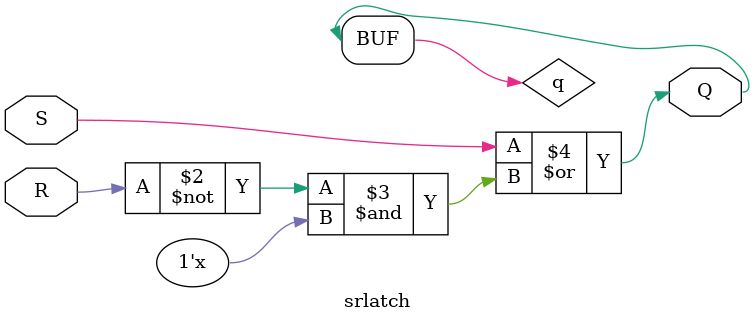
<source format=v>

module srlatch(
	input R, 
	input S,
	output Q
);

reg q;
always @(R or S) begin
	q = S | ((~R) & q);
end 
assign Q = q;

endmodule

</source>
